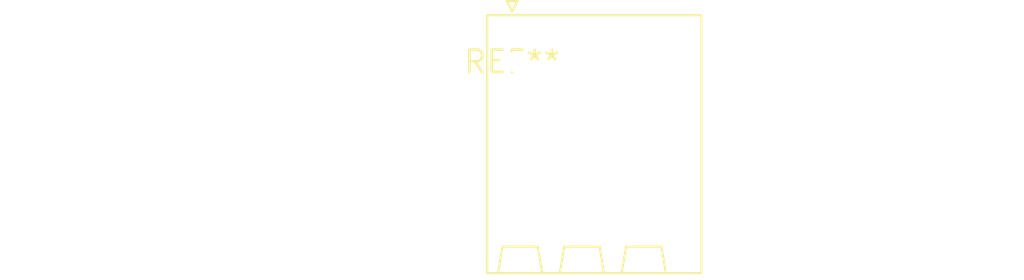
<source format=kicad_pcb>
(kicad_pcb (version 20240108) (generator pcbnew)
  (layers (0 "F.Cu" signal) (31 "B.Cu" signal) (34 "B.Paste" user) (35 "F.Paste" user) (36 "B.SilkS" user "B.Silkscreen") (37 "F.SilkS" user "F.Silkscreen") (38 "B.Mask" user) (39 "F.Mask" user) (44 "Edge.Cuts" user))
  (net 0 "")
  (footprint "PhoenixContact_SPT_1.5_3-H-3.5_1x03_P3.5mm_Horizontal" (layer "F.Cu") (at 0 0)
    (property "Reference" "REF**")
    (property "Value" "PhoenixContact_SPT_1.5_3-H-3.5_1x03_P3.5mm_Horizontal")
    (fp_line (start -1.41 -2.64) (end 10.71 -2.64) (layer "F.SilkS") (stroke (width 0.12)))
    (fp_line (start -1.41 11.98) (end -1.41 -2.64) (layer "F.SilkS") (stroke (width 0.12)))
    (fp_line (start -0.8 11.98) (end -0.55 10.48) (layer "F.SilkS") (stroke (width 0.12)))
    (fp_line (start -0.55 10.48) (end 1.45 10.48) (layer "F.SilkS") (stroke (width 0.12)))
    (fp_line (start -0.3 -3.44) (end 0 -2.84) (layer "F.SilkS") (stroke (width 0.12)))
    (fp_line (start -0.3 -3.44) (end 0.3 -3.44) (layer "F.SilkS") (stroke (width 0.12)))
    (fp_line (start 0.3 -3.44) (end 0 -2.84) (layer "F.SilkS") (stroke (width 0.12)))
    (fp_line (start 1.7 11.98) (end 1.45 10.48) (layer "F.SilkS") (stroke (width 0.12)))
    (fp_line (start 2.7 11.98) (end 2.95 10.48) (layer "F.SilkS") (stroke (width 0.12)))
    (fp_line (start 2.95 10.48) (end 4.95 10.48) (layer "F.SilkS") (stroke (width 0.12)))
    (fp_line (start 5.2 11.98) (end 4.95 10.48) (layer "F.SilkS") (stroke (width 0.12)))
    (fp_line (start 6.2 11.98) (end 6.45 10.48) (layer "F.SilkS") (stroke (width 0.12)))
    (fp_line (start 6.45 10.48) (end 8.45 10.48) (layer "F.SilkS") (stroke (width 0.12)))
    (fp_line (start 8.7 11.98) (end 8.45 10.48) (layer "F.SilkS") (stroke (width 0.12)))
    (fp_line (start 10.71 -2.64) (end 10.71 11.98) (layer "F.SilkS") (stroke (width 0.12)))
    (fp_line (start 10.71 11.98) (end -1.41 11.98) (layer "F.SilkS") (stroke (width 0.12)))
    (pad "1" thru_hole roundrect (at 0 0) (size 1.8 3.3) (drill 1.1) (layers *.Cu *.Mask) (remove_unused_layers) (roundrect_rratio 0.138889))
    (pad "1" thru_hole roundrect (at 0 8.2) (size 1.8 3.3) (drill 1.1) (layers *.Cu *.Mask) (remove_unused_layers) (roundrect_rratio 0.138889))
    (pad "2" thru_hole oval (at 3.5 0) (size 1.8 3.3) (drill 1.1) (layers *.Cu *.Mask) (remove_unused_layers))
    (pad "2" thru_hole oval (at 3.5 8.2) (size 1.8 3.3) (drill 1.1) (layers *.Cu *.Mask) (remove_unused_layers))
    (pad "3" thru_hole oval (at 7 0) (size 1.8 3.3) (drill 1.1) (layers *.Cu *.Mask) (remove_unused_layers))
    (pad "3" thru_hole oval (at 7 8.2) (size 1.8 3.3) (drill 1.1) (layers *.Cu *.Mask) (remove_unused_layers))
  )
)
</source>
